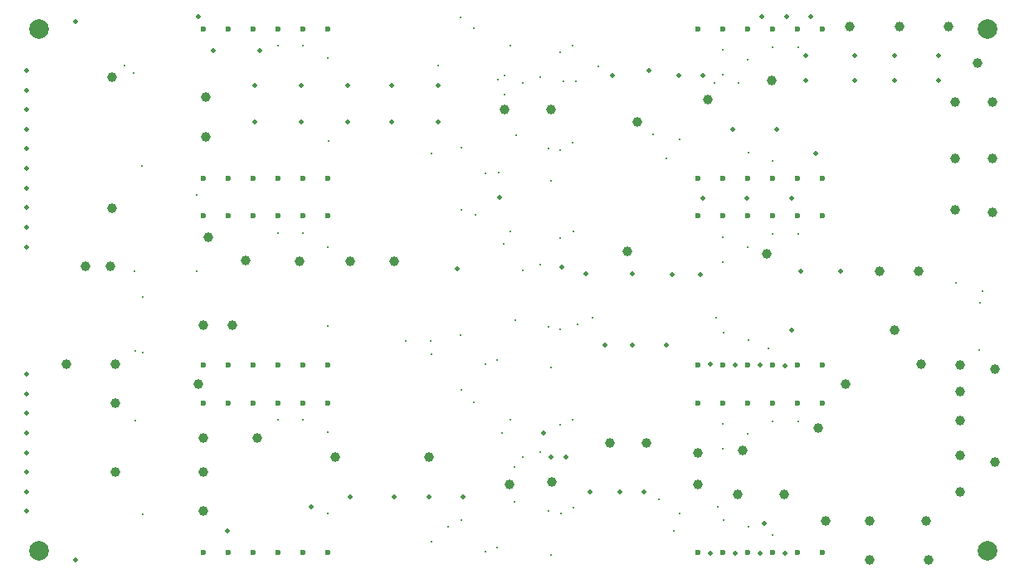
<source format=gbr>
%TF.GenerationSoftware,Altium Limited,Altium Designer,21.8.1 (53)*%
G04 Layer_Color=0*
%FSLAX45Y45*%
%MOMM*%
%TF.SameCoordinates,046F884E-5673-4B57-908A-D09F833A34A9*%
%TF.FilePolarity,Positive*%
%TF.FileFunction,Plated,1,2,PTH,Drill*%
%TF.Part,Single*%
G01*
G75*
%TA.AperFunction,ComponentDrill*%
%ADD40C,0.60000*%
%TA.AperFunction,ViaDrill,NotFilled*%
%ADD41C,0.30000*%
%ADD42C,1.00000*%
%ADD43C,0.50000*%
%ADD44C,2.00000*%
D40*
X11270000Y11524000D02*
D03*
X11016000D02*
D03*
X10762000D02*
D03*
X10508000D02*
D03*
X10254000D02*
D03*
X10000000D02*
D03*
X11270000Y10000000D02*
D03*
X11016000D02*
D03*
X10762000D02*
D03*
X10508000D02*
D03*
X10254000D02*
D03*
X10000000D02*
D03*
X15050000D02*
D03*
X15303999D02*
D03*
X15558000D02*
D03*
X15812000D02*
D03*
X16066000D02*
D03*
X16320000D02*
D03*
X15050000Y11524000D02*
D03*
X15303999D02*
D03*
X15558000D02*
D03*
X15812000D02*
D03*
X16066000D02*
D03*
X16320000D02*
D03*
X11270000Y9614000D02*
D03*
X11016000D02*
D03*
X10762000D02*
D03*
X10508000D02*
D03*
X10254000D02*
D03*
X10000000D02*
D03*
X11270000Y8090000D02*
D03*
X11016000D02*
D03*
X10762000D02*
D03*
X10508000D02*
D03*
X10254000D02*
D03*
X10000000D02*
D03*
X15050000D02*
D03*
X15303999D02*
D03*
X15558000D02*
D03*
X15812000D02*
D03*
X16066000D02*
D03*
X16320000D02*
D03*
X15050000Y9614000D02*
D03*
X15303999D02*
D03*
X15558000D02*
D03*
X15812000D02*
D03*
X16066000D02*
D03*
X16320000D02*
D03*
Y7704000D02*
D03*
X16066000D02*
D03*
X15812000D02*
D03*
X15558000D02*
D03*
X15303999D02*
D03*
X15050000D02*
D03*
X16320000Y6180000D02*
D03*
X16066000D02*
D03*
X15812000D02*
D03*
X15558000D02*
D03*
X15303999D02*
D03*
X15050000D02*
D03*
X10000000D02*
D03*
X10254000D02*
D03*
X10508000D02*
D03*
X10762000D02*
D03*
X11016000D02*
D03*
X11270000D02*
D03*
X10000000Y7704000D02*
D03*
X10254000D02*
D03*
X10508000D02*
D03*
X10762000D02*
D03*
X11016000D02*
D03*
X11270000D02*
D03*
D41*
X13774910Y9453587D02*
D03*
X12775000Y9625000D02*
D03*
X13650000Y6575000D02*
D03*
X12320000Y8336900D02*
D03*
X12070000D02*
D03*
X12875000Y10050000D02*
D03*
X14725000Y10200000D02*
D03*
X12325000Y10250000D02*
D03*
X9299600Y9049600D02*
D03*
X13175000Y7050000D02*
D03*
X13050000Y7400000D02*
D03*
X15250000Y6650000D02*
D03*
X13130000Y9454496D02*
D03*
X13068864Y9328296D02*
D03*
X13820000Y8510000D02*
D03*
X13639999Y8460000D02*
D03*
X13520000Y8480000D02*
D03*
X13180000Y8550000D02*
D03*
X12625000Y8400000D02*
D03*
X9930000Y9830000D02*
D03*
X12630000Y9680000D02*
D03*
Y6513800D02*
D03*
X11267500Y6576900D02*
D03*
X13013646Y10056354D02*
D03*
X13193983Y10438100D02*
D03*
X9304600Y7525400D02*
D03*
X9385400Y6570000D02*
D03*
X10760000Y7536200D02*
D03*
X11020000D02*
D03*
X11267500Y7405400D02*
D03*
X13074046Y11052520D02*
D03*
X14589999Y10450000D02*
D03*
X13770000Y10360000D02*
D03*
X13639999Y10290000D02*
D03*
X13520000Y10300000D02*
D03*
X13070000Y10850000D02*
D03*
X13010001Y11010000D02*
D03*
X9290000Y11070000D02*
D03*
X9376871Y10125426D02*
D03*
X9380000Y8790000D02*
D03*
X14030000Y11141153D02*
D03*
X15220000Y10970000D02*
D03*
X15460001D02*
D03*
X12400000Y11150000D02*
D03*
X9380000Y8220000D02*
D03*
X13175000Y6700000D02*
D03*
X17920000Y8250000D02*
D03*
X17926711Y8725780D02*
D03*
X13261000Y9063100D02*
D03*
X9931038Y9050149D02*
D03*
X9200000Y11150000D02*
D03*
X9304600Y8236407D02*
D03*
X15767677Y8261588D02*
D03*
X15231276Y8572872D02*
D03*
X15310001Y8420000D02*
D03*
X13975000Y8575000D02*
D03*
X17679875Y8929828D02*
D03*
X17950000Y8850000D02*
D03*
X11267500Y8490000D02*
D03*
X13643077Y11289337D02*
D03*
X11275000Y10376200D02*
D03*
X12325667Y6291931D02*
D03*
X12625000Y11638100D02*
D03*
X12760000Y11530900D02*
D03*
X12635000Y10311900D02*
D03*
X14860001Y10395000D02*
D03*
X13672501Y10990000D02*
D03*
X13802499Y10987500D02*
D03*
X13550000Y6155000D02*
D03*
X14800000Y6400000D02*
D03*
X12500000Y6446900D02*
D03*
X13772501Y6636900D02*
D03*
X10760000Y11350000D02*
D03*
X13261000Y7153100D02*
D03*
X13260001Y10970000D02*
D03*
X13770000Y11353900D02*
D03*
X11268750Y11225400D02*
D03*
X12996465Y8143536D02*
D03*
X15810001Y7520000D02*
D03*
X16070000D02*
D03*
X15300000Y7490000D02*
D03*
X13641499Y7483100D02*
D03*
X13770000Y7533900D02*
D03*
X13130000D02*
D03*
X12760000Y7710900D02*
D03*
X12630000Y7836900D02*
D03*
X15560001Y6440000D02*
D03*
X15810001Y6360000D02*
D03*
X15557500Y7387500D02*
D03*
X14647501Y6725000D02*
D03*
X13435001Y7207500D02*
D03*
X13520000Y6605000D02*
D03*
X15302499Y7237500D02*
D03*
X14860001Y6575000D02*
D03*
X12996465Y6233536D02*
D03*
X12875000Y6188700D02*
D03*
X15310001Y6510000D02*
D03*
X10760000Y9440000D02*
D03*
X15810001Y9430000D02*
D03*
X16070000D02*
D03*
X15300000Y9400000D02*
D03*
X13641499Y9393100D02*
D03*
X11020000Y9443900D02*
D03*
X15560001Y8350000D02*
D03*
X15557500Y9297500D02*
D03*
X11267500Y9300000D02*
D03*
X13435001Y9117500D02*
D03*
X15302499Y9147500D02*
D03*
X13550000Y8065000D02*
D03*
X12875000Y8098700D02*
D03*
X12325000Y8200300D02*
D03*
X13550000Y9975000D02*
D03*
X15302499Y11057500D02*
D03*
X13435001Y11027500D02*
D03*
X15557500Y11207500D02*
D03*
X15810001Y10180000D02*
D03*
X15560001Y10260000D02*
D03*
X13130000Y11353900D02*
D03*
X11020000D02*
D03*
X15300000Y11310000D02*
D03*
X16070000Y11340000D02*
D03*
X15810001D02*
D03*
D42*
X9050000Y9100000D02*
D03*
X17675000Y10200000D02*
D03*
X18050000Y9650000D02*
D03*
X14325000Y9250000D02*
D03*
X15750000Y9225000D02*
D03*
X16275000Y7450000D02*
D03*
X10300000Y8500000D02*
D03*
X16800000Y6500000D02*
D03*
X15500000Y7225000D02*
D03*
X15050000Y6875000D02*
D03*
X14525000Y7300000D02*
D03*
X13125000Y6875000D02*
D03*
X17725000Y7175000D02*
D03*
Y7825000D02*
D03*
X17720000Y8095000D02*
D03*
X10000000Y7350000D02*
D03*
X10550000D02*
D03*
X11350000Y7150000D02*
D03*
X17400000Y6100000D02*
D03*
X16550000Y7900000D02*
D03*
X17675000Y10775000D02*
D03*
Y9675000D02*
D03*
X9100000Y7700000D02*
D03*
Y7000000D02*
D03*
X9065000Y9695000D02*
D03*
X8800000Y9100000D02*
D03*
X9070000Y11032500D02*
D03*
X8600000Y8100000D02*
D03*
X17050000Y8450000D02*
D03*
X15800000Y11000000D02*
D03*
X18050000Y10200000D02*
D03*
Y10775000D02*
D03*
X10050000Y9400000D02*
D03*
X17375000Y6500000D02*
D03*
X16350000D02*
D03*
X17725000Y7525000D02*
D03*
X15450000Y6775000D02*
D03*
X15925000D02*
D03*
X17325000Y8100000D02*
D03*
X17300000Y9050000D02*
D03*
X16900000D02*
D03*
X10000000Y8500000D02*
D03*
X15050000Y7200000D02*
D03*
X14150000Y7300000D02*
D03*
X12300000Y7150000D02*
D03*
X14425000Y10575000D02*
D03*
X13560001Y6900000D02*
D03*
X13550000Y10700000D02*
D03*
X13075000D02*
D03*
X10025000Y10825000D02*
D03*
X10000000Y6600000D02*
D03*
Y7000000D02*
D03*
X9100000Y8100000D02*
D03*
X9950000Y7900000D02*
D03*
X17900000Y11175000D02*
D03*
X16600000Y11550000D02*
D03*
X17100000D02*
D03*
X15150000Y10800000D02*
D03*
X16800000Y6100000D02*
D03*
X18075000Y8050000D02*
D03*
Y7100000D02*
D03*
X11950000Y9150000D02*
D03*
X10980000D02*
D03*
X10025000Y10425000D02*
D03*
X11500000Y9150000D02*
D03*
X17725000Y6800000D02*
D03*
X10430000Y9160000D02*
D03*
X17600000Y11550000D02*
D03*
D43*
X13660001Y9090000D02*
D03*
X13025000Y9800000D02*
D03*
X17500000Y11250000D02*
D03*
X17050000D02*
D03*
X16650000D02*
D03*
X16150000D02*
D03*
X10575000Y11300000D02*
D03*
X10100000D02*
D03*
X12400000Y10950000D02*
D03*
Y10575000D02*
D03*
X11925000Y10950000D02*
D03*
Y10575000D02*
D03*
X15725000Y6475000D02*
D03*
X14500000Y6800000D02*
D03*
X14250000D02*
D03*
X13950000D02*
D03*
X12300000Y6750000D02*
D03*
X11950000D02*
D03*
X11500000D02*
D03*
X11100000Y6650000D02*
D03*
X12590000Y9080000D02*
D03*
X14100000Y8300000D02*
D03*
X14375000D02*
D03*
X14725000D02*
D03*
X8700000Y11600000D02*
D03*
X8200000Y11100000D02*
D03*
Y10900000D02*
D03*
Y10700000D02*
D03*
Y10500000D02*
D03*
Y10300000D02*
D03*
Y10100000D02*
D03*
Y9900000D02*
D03*
Y9700000D02*
D03*
Y9500000D02*
D03*
Y9300000D02*
D03*
Y8000000D02*
D03*
Y7800000D02*
D03*
Y7600000D02*
D03*
Y7400000D02*
D03*
Y7200000D02*
D03*
Y7000000D02*
D03*
Y6800000D02*
D03*
Y6600000D02*
D03*
X8700000Y6100000D02*
D03*
X11475000Y10950000D02*
D03*
X10525000D02*
D03*
X11000000D02*
D03*
X12650000Y6750000D02*
D03*
X10250000Y6400000D02*
D03*
X16000000Y8450000D02*
D03*
X15934340Y8084355D02*
D03*
X16650000Y11000000D02*
D03*
X13475000Y7400000D02*
D03*
X13550000Y7150000D02*
D03*
X13700000D02*
D03*
X11475000Y10575000D02*
D03*
X11000000D02*
D03*
X10525000D02*
D03*
X15070000Y9020000D02*
D03*
X15936539Y6175000D02*
D03*
X15681056D02*
D03*
X15175000D02*
D03*
X15425000D02*
D03*
X17500000Y11000000D02*
D03*
X15684770Y8094503D02*
D03*
X15428130Y8097263D02*
D03*
X15175339Y8101405D02*
D03*
X16500000Y9050000D02*
D03*
X16100000D02*
D03*
X14375000Y9025000D02*
D03*
X13900000D02*
D03*
X15999998Y9797835D02*
D03*
X15549998D02*
D03*
X15100000D02*
D03*
X15850000Y10497835D02*
D03*
X16250000Y10250000D02*
D03*
X15399998Y10497835D02*
D03*
X16150000Y11000000D02*
D03*
X17050000D02*
D03*
X16200165Y11651219D02*
D03*
X15950165D02*
D03*
X15700165D02*
D03*
X9950165D02*
D03*
X15100000Y11050000D02*
D03*
X14850000D02*
D03*
X14550000Y11100000D02*
D03*
X14175000Y11050000D02*
D03*
X14780000Y9020000D02*
D03*
D44*
X8325000Y6200000D02*
D03*
X18000000D02*
D03*
Y11525000D02*
D03*
X8325000D02*
D03*
%TF.MD5,6ff821f8a072d28597b6933917e8789c*%
M02*

</source>
